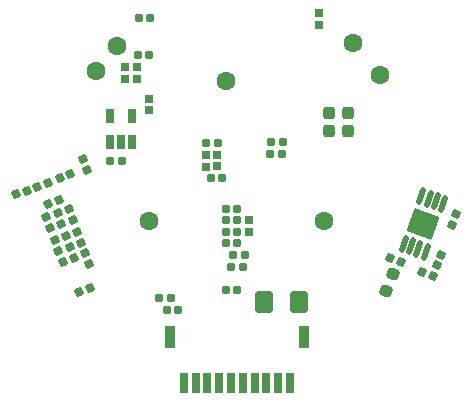
<source format=gbs>
%TF.GenerationSoftware,KiCad,Pcbnew,(6.0.5)*%
%TF.CreationDate,2022-06-17T18:07:45-04:00*%
%TF.ProjectId,Maka_BMS,4d616b61-5f42-44d5-932e-6b696361645f,rev?*%
%TF.SameCoordinates,Original*%
%TF.FileFunction,Soldermask,Bot*%
%TF.FilePolarity,Negative*%
%FSLAX46Y46*%
G04 Gerber Fmt 4.6, Leading zero omitted, Abs format (unit mm)*
G04 Created by KiCad (PCBNEW (6.0.5)) date 2022-06-17 18:07:45*
%MOMM*%
%LPD*%
G01*
G04 APERTURE LIST*
G04 Aperture macros list*
%AMRoundRect*
0 Rectangle with rounded corners*
0 $1 Rounding radius*
0 $2 $3 $4 $5 $6 $7 $8 $9 X,Y pos of 4 corners*
0 Add a 4 corners polygon primitive as box body*
4,1,4,$2,$3,$4,$5,$6,$7,$8,$9,$2,$3,0*
0 Add four circle primitives for the rounded corners*
1,1,$1+$1,$2,$3*
1,1,$1+$1,$4,$5*
1,1,$1+$1,$6,$7*
1,1,$1+$1,$8,$9*
0 Add four rect primitives between the rounded corners*
20,1,$1+$1,$2,$3,$4,$5,0*
20,1,$1+$1,$4,$5,$6,$7,0*
20,1,$1+$1,$6,$7,$8,$9,0*
20,1,$1+$1,$8,$9,$2,$3,0*%
G04 Aperture macros list end*
%ADD10RoundRect,0.197500X-0.147500X-0.172500X0.147500X-0.172500X0.147500X0.172500X-0.147500X0.172500X0*%
%ADD11RoundRect,0.197500X0.147500X0.172500X-0.147500X0.172500X-0.147500X-0.172500X0.147500X-0.172500X0*%
%ADD12RoundRect,0.197500X0.079606X0.212545X-0.197603X0.111649X-0.079606X-0.212545X0.197603X-0.111649X0*%
%ADD13RoundRect,0.197500X-0.212545X0.079606X-0.111649X-0.197603X0.212545X-0.079606X0.111649X0.197603X0*%
%ADD14RoundRect,0.197500X-0.079606X-0.212545X0.197603X-0.111649X0.079606X0.212545X-0.197603X0.111649X0*%
%ADD15C,1.600000*%
%ADD16RoundRect,0.197500X0.172500X-0.147500X0.172500X0.147500X-0.172500X0.147500X-0.172500X-0.147500X0*%
%ADD17RoundRect,0.197500X-0.172500X0.147500X-0.172500X-0.147500X0.172500X-0.147500X0.172500X0.147500X0*%
%ADD18RoundRect,0.300001X-0.462499X-0.624999X0.462499X-0.624999X0.462499X0.624999X-0.462499X0.624999X0*%
%ADD19RoundRect,0.050000X-0.300000X-0.775000X0.300000X-0.775000X0.300000X0.775000X-0.300000X0.775000X0*%
%ADD20RoundRect,0.050000X-0.400000X-0.900000X0.400000X-0.900000X0.400000X0.900000X-0.400000X0.900000X0*%
%ADD21RoundRect,0.268750X-0.165979X0.293200X-0.315613X-0.117915X0.165979X-0.293200X0.315613X0.117915X0*%
%ADD22RoundRect,0.268750X0.218750X0.256250X-0.218750X0.256250X-0.218750X-0.256250X0.218750X-0.256250X0*%
%ADD23RoundRect,0.197500X0.212545X-0.079606X0.111649X0.197603X-0.212545X0.079606X-0.111649X-0.197603X0*%
%ADD24RoundRect,0.268750X-0.218750X-0.256250X0.218750X-0.256250X0.218750X0.256250X-0.218750X0.256250X0*%
%ADD25RoundRect,0.150000X-0.119793X-0.621510X0.307732X0.553106X0.119793X0.621510X-0.307732X-0.553106X0*%
%ADD26RoundRect,0.050000X0.676700X-1.283872X1.343639X0.548529X-0.676700X1.283872X-1.343639X-0.548529X0*%
%ADD27RoundRect,0.197500X-0.111649X0.197603X-0.212545X-0.079606X0.111649X-0.197603X0.212545X0.079606X0*%
%ADD28RoundRect,0.197500X-0.197603X-0.111649X0.079606X-0.212545X0.197603X0.111649X-0.079606X0.212545X0*%
%ADD29RoundRect,0.197500X0.111649X-0.197603X0.212545X0.079606X-0.111649X0.197603X-0.212545X-0.079606X0*%
%ADD30RoundRect,0.197500X0.197603X0.111649X-0.079606X0.212545X-0.197603X-0.111649X0.079606X-0.212545X0*%
%ADD31RoundRect,0.050000X0.325000X-0.530000X0.325000X0.530000X-0.325000X0.530000X-0.325000X-0.530000X0*%
G04 APERTURE END LIST*
D10*
%TO.C,R14*%
X146810000Y-112450000D03*
X145840000Y-112450000D03*
%TD*%
D11*
%TO.C,R6*%
X145080000Y-88750000D03*
X144110000Y-88750000D03*
%TD*%
%TO.C,R20*%
X146455000Y-113450000D03*
X147425000Y-113450000D03*
%TD*%
D12*
%TO.C,R12*%
X136411502Y-102668240D03*
X135500000Y-103000000D03*
%TD*%
%TO.C,R13*%
X134605751Y-103334120D03*
X133694249Y-103665880D03*
%TD*%
D13*
%TO.C,R10*%
X139409120Y-100644249D03*
X139740880Y-101555751D03*
%TD*%
D12*
%TO.C,C9*%
X139038498Y-111881760D03*
X139950000Y-111550000D03*
%TD*%
D14*
%TO.C,R18*%
X138311502Y-101968240D03*
X137400000Y-102300000D03*
%TD*%
D15*
%TO.C,11.1*%
X140450000Y-93225000D03*
%TD*%
%TO.C,0.0*%
X151450000Y-94050000D03*
%TD*%
D10*
%TO.C,R23*%
X149815000Y-99325000D03*
X150785000Y-99325000D03*
%TD*%
D16*
%TO.C,R24*%
X149750000Y-101300000D03*
X149750000Y-100330000D03*
%TD*%
D11*
%TO.C,C17*%
X151185000Y-102250000D03*
X150215000Y-102250000D03*
%TD*%
D17*
%TO.C,TH2*%
X150750000Y-100290000D03*
X150750000Y-101260000D03*
%TD*%
D15*
%TO.C,12V_OUT1*%
X162200000Y-90800000D03*
%TD*%
%TO.C,GND_OUT1*%
X164550000Y-93525000D03*
%TD*%
D13*
%TO.C,R2*%
X139881760Y-109561502D03*
X139550000Y-108650000D03*
%TD*%
D18*
%TO.C,R31*%
X154675000Y-112800000D03*
X157650000Y-112800000D03*
%TD*%
D15*
%TO.C,3.4*%
X142250000Y-91100000D03*
%TD*%
D11*
%TO.C,R27*%
X153070000Y-108750000D03*
X152100000Y-108750000D03*
%TD*%
D19*
%TO.C,J8*%
X147900000Y-119600000D03*
X148900000Y-119600000D03*
X149900000Y-119600000D03*
X150900000Y-119600000D03*
X151900000Y-119600000D03*
X152900000Y-119600000D03*
X153900000Y-119600000D03*
X154900000Y-119600000D03*
X155900000Y-119600000D03*
X156900000Y-119600000D03*
D20*
X146700000Y-115775000D03*
X158100000Y-115775000D03*
%TD*%
D10*
%TO.C,C6*%
X151465000Y-111750000D03*
X152435000Y-111750000D03*
%TD*%
D21*
%TO.C,C1*%
X165600000Y-110400000D03*
X165061318Y-111880016D03*
%TD*%
D16*
%TO.C,C19*%
X153400000Y-106825000D03*
X153400000Y-105855000D03*
%TD*%
D11*
%TO.C,C21*%
X152455000Y-106805800D03*
X151485000Y-106805800D03*
%TD*%
%TO.C,R30*%
X152455000Y-107790000D03*
X151485000Y-107790000D03*
%TD*%
%TO.C,R25*%
X152455000Y-105850000D03*
X151485000Y-105850000D03*
%TD*%
D10*
%TO.C,R22*%
X151485000Y-104900000D03*
X152455000Y-104900000D03*
%TD*%
D11*
%TO.C,R26*%
X152885000Y-109800000D03*
X151915000Y-109800000D03*
%TD*%
D22*
%TO.C,C22*%
X161787500Y-96800000D03*
X160212500Y-96800000D03*
%TD*%
D15*
%TO.C,7.4_1*%
X145000000Y-105925000D03*
%TD*%
D23*
%TO.C,TH1*%
X137300000Y-108450000D03*
X136968240Y-107538498D03*
%TD*%
D12*
%TO.C,R17*%
X136450000Y-104450000D03*
X137361502Y-104118240D03*
%TD*%
D11*
%TO.C,R11*%
X142635000Y-100825000D03*
X141665000Y-100825000D03*
%TD*%
D14*
%TO.C,C8*%
X137694249Y-109365880D03*
X138605751Y-109034120D03*
%TD*%
D23*
%TO.C,C5*%
X137550000Y-106150000D03*
X137218240Y-105238498D03*
%TD*%
D13*
%TO.C,C3*%
X138868240Y-106838498D03*
X139200000Y-107750000D03*
%TD*%
D24*
%TO.C,C7*%
X160200000Y-98300000D03*
X161775000Y-98300000D03*
%TD*%
D13*
%TO.C,R16*%
X136284120Y-105594249D03*
X136615880Y-106505751D03*
%TD*%
%TO.C,R15*%
X137918240Y-107188498D03*
X138250000Y-108100000D03*
%TD*%
D23*
%TO.C,R4*%
X138500000Y-105800000D03*
X138168240Y-104888498D03*
%TD*%
D16*
%TO.C,C18*%
X159375000Y-89310000D03*
X159375000Y-88340000D03*
%TD*%
D11*
%TO.C,R28*%
X156295000Y-99250000D03*
X155325000Y-99250000D03*
%TD*%
%TO.C,C20*%
X156185000Y-100225000D03*
X155215000Y-100225000D03*
%TD*%
D15*
%TO.C,7.4_2*%
X159800000Y-105875000D03*
%TD*%
D25*
%TO.C,U6*%
X168380752Y-108496143D03*
X167769952Y-108273830D03*
X167159152Y-108051517D03*
X166548351Y-107829203D03*
X168019038Y-103788525D03*
X168629838Y-104010838D03*
X169240638Y-104233151D03*
X169851439Y-104455465D03*
D26*
X168199895Y-106142334D03*
%TD*%
D27*
%TO.C,C10*%
X169700000Y-108750000D03*
X169368240Y-109661502D03*
%TD*%
D28*
%TO.C,R7*%
X165388498Y-109068240D03*
X166300000Y-109400000D03*
%TD*%
D29*
%TO.C,C12*%
X170598044Y-106248982D03*
X170929804Y-105337480D03*
%TD*%
D30*
%TO.C,R9*%
X169000000Y-110550000D03*
X168088498Y-110218240D03*
%TD*%
D16*
%TO.C,R33*%
X142950000Y-93870000D03*
X142950000Y-92900000D03*
%TD*%
D17*
%TO.C,R34*%
X143950000Y-92900000D03*
X143950000Y-93870000D03*
%TD*%
D31*
%TO.C,U8*%
X143550000Y-99250000D03*
X142600000Y-99250000D03*
X141650000Y-99250000D03*
X141650000Y-97050000D03*
X143550000Y-97050000D03*
%TD*%
D17*
%TO.C,R35*%
X145000000Y-95550000D03*
X145000000Y-96520000D03*
%TD*%
D11*
%TO.C,R36*%
X144985000Y-91850000D03*
X144015000Y-91850000D03*
%TD*%
M02*

</source>
